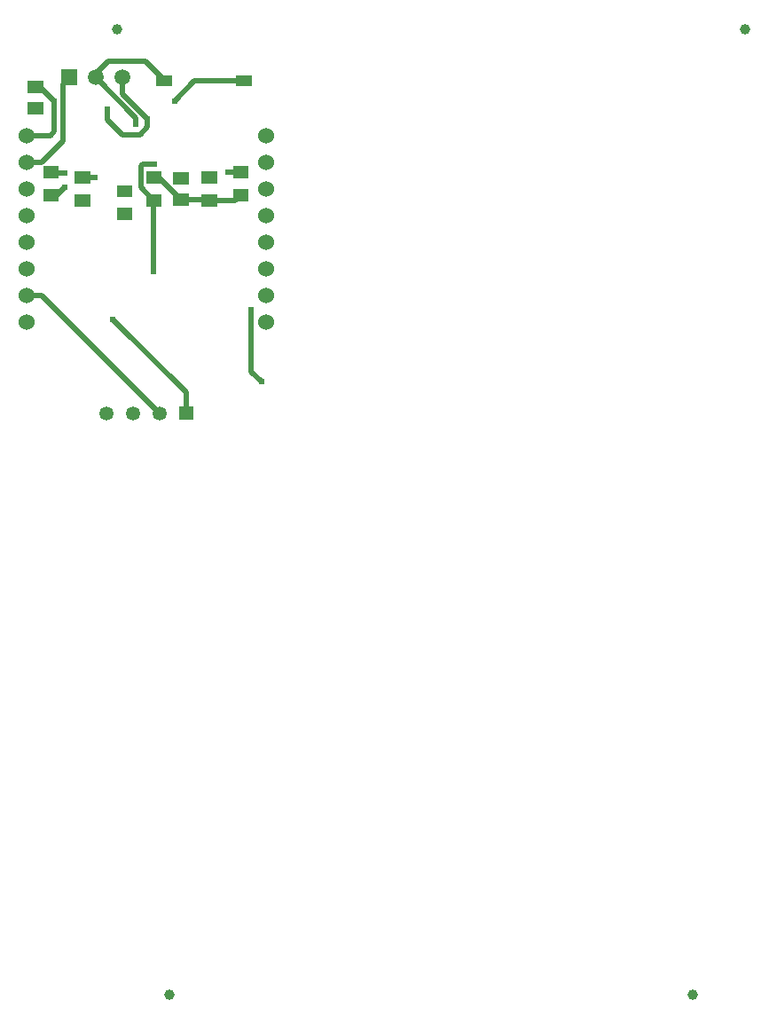
<source format=gbl>
G04 Layer: BottomLayer*
G04 EasyEDA v6.3.22, 2020-01-19T16:38:24+00:00*
G04 a2d37a9207c24dc198fa5f1151cfaccd,4b468aaabfa54ef3be77053c06c4e1f4,10*
G04 Gerber Generator version 0.2*
G04 Scale: 100 percent, Rotated: No, Reflected: No *
G04 Dimensions in inches *
G04 leading zeros omitted , absolute positions ,2 integer and 4 decimal *
%FSLAX24Y24*%
%MOIN*%
G90*
G70D02*

%ADD11C,0.019685*%
%ADD12C,0.024000*%
%ADD18C,0.039370*%
%ADD20C,0.053100*%
%ADD21R,0.059000X0.059000*%
%ADD22C,0.059000*%
%ADD23C,0.060000*%

%LPD*%
G54D11*
G01X1980Y35025D02*
G01X1506Y35025D01*
G01X1470Y35060D01*
G01X1980Y34513D02*
G01X1676Y34210D01*
G01X1470Y34210D01*
G01X3121Y34868D02*
G01X2652Y34863D01*
G01X2649Y34002D02*
G01X2652Y34013D01*
G01X4420Y33490D02*
G01X4409Y33501D01*
G01X4226Y33501D01*
G01X5326Y34002D02*
G01X5329Y34013D01*
G01X8121Y35065D02*
G01X8596Y35060D01*
G01X6389Y34828D02*
G01X6373Y34845D01*
G01X6352Y34845D01*
G01X8597Y34210D02*
G01X8400Y34013D01*
G01X7416Y34013D01*
G01X7416Y34013D02*
G01X7384Y34045D01*
G01X6353Y34045D01*
G01X6353Y34045D02*
G01X5534Y34864D01*
G01X5329Y34864D01*
G01X3151Y38622D02*
G01X3151Y38755D01*
G01X3633Y39238D01*
G01X5011Y39238D01*
G01X5723Y38527D01*
G01X5723Y38494D01*
G01X8715Y38494D02*
G01X6865Y38494D01*
G01X6114Y37742D01*
G01X1586Y37742D02*
G01X1058Y38270D01*
G01X880Y38270D01*
G01X3791Y29553D02*
G01X6538Y26805D01*
G01X6538Y26020D01*
G01X8988Y29907D02*
G01X8988Y27585D01*
G01X9381Y27191D01*
G01X5366Y35380D02*
G01X4933Y35380D01*
G01X4854Y35301D01*
G01X4854Y34489D01*
G01X5329Y34013D01*
G01X5329Y34013D02*
G01X5326Y34010D01*
G01X5326Y31325D01*
G01X539Y30451D02*
G01X1108Y30451D01*
G01X5538Y26020D01*
G01X1586Y37742D02*
G01X1586Y36600D01*
G01X1436Y36451D01*
G01X539Y36451D01*
G01X2151Y38622D02*
G01X1901Y38373D01*
G01X1901Y36246D01*
G01X1106Y35451D01*
G01X539Y35451D01*
G01X3151Y38622D02*
G01X4657Y37116D01*
G01X4657Y36876D01*
G01X5090Y37073D02*
G01X4151Y38012D01*
G01X4151Y38622D01*
G01X5090Y37073D02*
G01X5090Y36758D01*
G01X4814Y36482D01*
G01X4145Y36482D01*
G01X3594Y37033D01*
G01X3594Y37427D01*
G36*
G01X6018Y38690D02*
G01X5427Y38690D01*
G01X5427Y38297D01*
G01X6018Y38297D01*
G01X6018Y38690D01*
G37*
G36*
G01X9010Y38690D02*
G01X8420Y38690D01*
G01X8420Y38297D01*
G01X9010Y38297D01*
G01X9010Y38690D01*
G37*
G36*
G01X4512Y33273D02*
G01X4512Y33730D01*
G01X3941Y33730D01*
G01X3941Y33273D01*
G01X4512Y33273D01*
G37*
G36*
G01X4512Y34124D02*
G01X4512Y34580D01*
G01X3941Y34580D01*
G01X3941Y34124D01*
G01X4512Y34124D01*
G37*
G36*
G01X1756Y33982D02*
G01X1756Y34439D01*
G01X1185Y34439D01*
G01X1185Y33982D01*
G01X1756Y33982D01*
G37*
G36*
G01X1756Y34832D02*
G01X1756Y35289D01*
G01X1185Y35289D01*
G01X1185Y34832D01*
G01X1756Y34832D01*
G37*
G36*
G01X2937Y33785D02*
G01X2937Y34242D01*
G01X2366Y34242D01*
G01X2366Y33785D01*
G01X2937Y33785D01*
G37*
G36*
G01X2937Y34635D02*
G01X2937Y35092D01*
G01X2366Y35092D01*
G01X2366Y34635D01*
G01X2937Y34635D01*
G37*
G36*
G01X7130Y35092D02*
G01X7130Y34635D01*
G01X7701Y34635D01*
G01X7701Y35092D01*
G01X7130Y35092D01*
G37*
G36*
G01X7130Y34242D02*
G01X7130Y33785D01*
G01X7701Y33785D01*
G01X7701Y34242D01*
G01X7130Y34242D01*
G37*
G36*
G01X8311Y35289D02*
G01X8311Y34832D01*
G01X8882Y34832D01*
G01X8882Y35289D01*
G01X8311Y35289D01*
G37*
G36*
G01X8311Y34439D02*
G01X8311Y33982D01*
G01X8882Y33982D01*
G01X8882Y34439D01*
G01X8311Y34439D01*
G37*
G36*
G01X5614Y33785D02*
G01X5614Y34242D01*
G01X5044Y34242D01*
G01X5044Y33785D01*
G01X5614Y33785D01*
G37*
G36*
G01X5614Y34635D02*
G01X5614Y35092D01*
G01X5044Y35092D01*
G01X5044Y34635D01*
G01X5614Y34635D01*
G37*
G36*
G01X1170Y38042D02*
G01X1170Y38498D01*
G01X591Y38498D01*
G01X591Y38042D01*
G01X1170Y38042D01*
G37*
G36*
G01X1170Y37242D02*
G01X1170Y37698D01*
G01X591Y37698D01*
G01X591Y37242D01*
G01X1170Y37242D01*
G37*
G36*
G01X6642Y33816D02*
G01X6642Y34273D01*
G01X6063Y34273D01*
G01X6063Y33816D01*
G01X6642Y33816D01*
G37*
G36*
G01X6642Y34616D02*
G01X6642Y35073D01*
G01X6063Y35073D01*
G01X6063Y34616D01*
G01X6642Y34616D01*
G37*
G54D18*
G01X3937Y40435D03*
G01X27559Y40435D03*
G01X5905Y4184D03*
G01X25591Y4184D03*
G36*
G01X6804Y26286D02*
G01X6273Y26286D01*
G01X6273Y25755D01*
G01X6804Y25755D01*
G01X6804Y26286D01*
G37*
G54D20*
G01X5538Y26020D03*
G01X4538Y26020D03*
G01X3538Y26020D03*
G54D21*
G01X2151Y38622D03*
G54D22*
G01X3151Y38622D03*
G01X4151Y38622D03*
G54D23*
G01X539Y29451D03*
G01X539Y30451D03*
G01X539Y31451D03*
G01X539Y32451D03*
G01X539Y33451D03*
G01X539Y34451D03*
G01X539Y35451D03*
G01X539Y36451D03*
G01X9539Y29451D03*
G01X9539Y30451D03*
G01X9539Y31451D03*
G01X9539Y32451D03*
G01X9539Y33451D03*
G01X9539Y34451D03*
G01X9539Y35451D03*
G01X9539Y36451D03*
G54D12*
G01X1980Y35026D03*
G01X1980Y34514D03*
G01X3121Y34868D03*
G01X2649Y34002D03*
G01X4224Y34356D03*
G01X4421Y33490D03*
G01X5326Y34868D03*
G01X8121Y35065D03*
G01X7413Y34868D03*
G01X6389Y34829D03*
G01X4657Y36876D03*
G01X6114Y37742D03*
G01X1586Y37742D03*
G01X5090Y37073D03*
G01X3791Y29553D03*
G01X8988Y29907D03*
G01X9381Y27191D03*
G01X5366Y35380D03*
G01X5326Y31325D03*
G01X877Y37466D03*
G01X3594Y37427D03*
M00*
M02*

</source>
